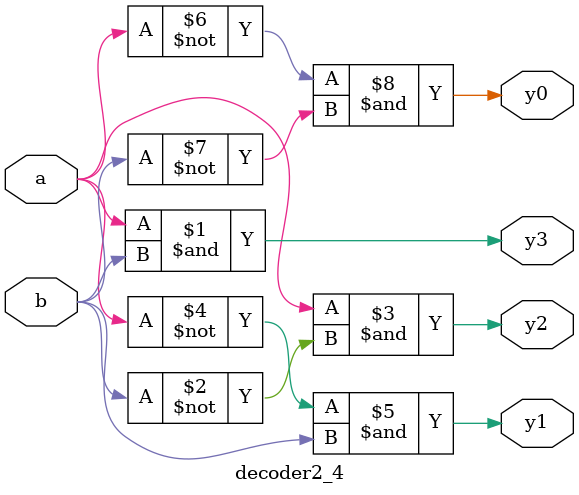
<source format=v>
module decoder2_4(input a,b, output y0,y1,y2,y3);
assign y3=(a&b);
assign y2=(a&~b);
assign y1=(~a&b);
assign y0=(~a&~b);

endmodule




</source>
